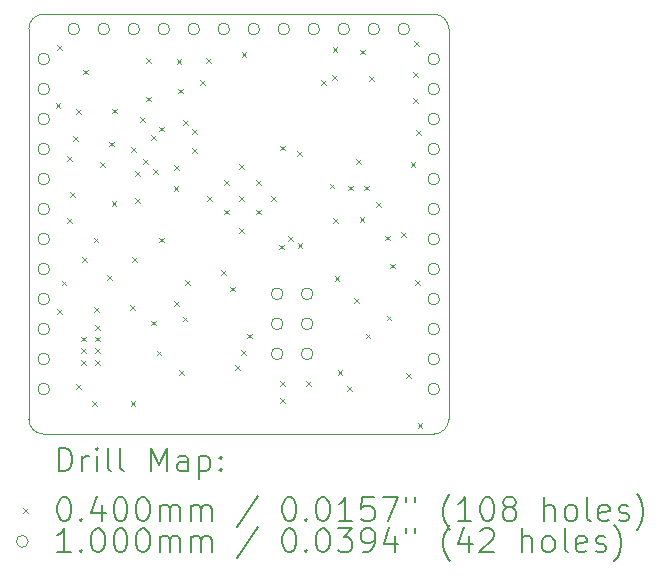
<source format=gbr>
%FSLAX45Y45*%
G04 Gerber Fmt 4.5, Leading zero omitted, Abs format (unit mm)*
G04 Created by KiCad (PCBNEW (6.0.0-0)) date 2022-04-20 00:32:56*
%MOMM*%
%LPD*%
G01*
G04 APERTURE LIST*
%TA.AperFunction,Profile*%
%ADD10C,0.100000*%
%TD*%
%ADD11C,0.200000*%
%ADD12C,0.040000*%
%ADD13C,0.100000*%
G04 APERTURE END LIST*
D10*
X6477000Y-14478000D02*
G75*
G03*
X6604000Y-14605000I127000J0D01*
G01*
X9906000Y-14605000D02*
G75*
G03*
X10033000Y-14478000I0J127000D01*
G01*
X10033000Y-11176000D02*
G75*
G03*
X9906000Y-11049000I-127000J0D01*
G01*
X6604000Y-11049000D02*
G75*
G03*
X6477000Y-11176000I0J-127000D01*
G01*
X9906000Y-14605000D02*
X6604000Y-14605000D01*
X10033000Y-14351000D02*
X10033000Y-14478000D01*
X6477000Y-11176000D02*
X6477000Y-14478000D01*
X9906000Y-11049000D02*
X6604000Y-11049000D01*
X10033000Y-14351000D02*
X10033000Y-11176000D01*
D11*
D12*
X6705000Y-11805000D02*
X6745000Y-11845000D01*
X6745000Y-11805000D02*
X6705000Y-11845000D01*
X6720000Y-11310000D02*
X6760000Y-11350000D01*
X6760000Y-11310000D02*
X6720000Y-11350000D01*
X6720000Y-13550000D02*
X6760000Y-13590000D01*
X6760000Y-13550000D02*
X6720000Y-13590000D01*
X6755000Y-13305000D02*
X6795000Y-13345000D01*
X6795000Y-13305000D02*
X6755000Y-13345000D01*
X6804600Y-12777900D02*
X6844600Y-12817900D01*
X6844600Y-12777900D02*
X6804600Y-12817900D01*
X6805000Y-12255000D02*
X6845000Y-12295000D01*
X6845000Y-12255000D02*
X6805000Y-12295000D01*
X6830000Y-12555000D02*
X6870000Y-12595000D01*
X6870000Y-12555000D02*
X6830000Y-12595000D01*
X6855000Y-12080000D02*
X6895000Y-12120000D01*
X6895000Y-12080000D02*
X6855000Y-12120000D01*
X6880000Y-11855000D02*
X6920000Y-11895000D01*
X6920000Y-11855000D02*
X6880000Y-11895000D01*
X6880000Y-14180000D02*
X6920000Y-14220000D01*
X6920000Y-14180000D02*
X6880000Y-14220000D01*
X6920000Y-13780000D02*
X6960000Y-13820000D01*
X6960000Y-13780000D02*
X6920000Y-13820000D01*
X6920000Y-13880000D02*
X6960000Y-13920000D01*
X6960000Y-13880000D02*
X6920000Y-13920000D01*
X6920000Y-13980000D02*
X6960000Y-14020000D01*
X6960000Y-13980000D02*
X6920000Y-14020000D01*
X6930000Y-13105000D02*
X6970000Y-13145000D01*
X6970000Y-13105000D02*
X6930000Y-13145000D01*
X6940000Y-11520000D02*
X6980000Y-11560000D01*
X6980000Y-11520000D02*
X6940000Y-11560000D01*
X7012000Y-14323700D02*
X7052000Y-14363700D01*
X7052000Y-14323700D02*
X7012000Y-14363700D01*
X7027000Y-12941400D02*
X7067000Y-12981400D01*
X7067000Y-12941400D02*
X7027000Y-12981400D01*
X7030000Y-13530000D02*
X7070000Y-13570000D01*
X7070000Y-13530000D02*
X7030000Y-13570000D01*
X7040000Y-13680000D02*
X7080000Y-13720000D01*
X7080000Y-13680000D02*
X7040000Y-13720000D01*
X7040000Y-13780000D02*
X7080000Y-13820000D01*
X7080000Y-13780000D02*
X7040000Y-13820000D01*
X7040000Y-13880000D02*
X7080000Y-13920000D01*
X7080000Y-13880000D02*
X7040000Y-13920000D01*
X7040000Y-13980000D02*
X7080000Y-14020000D01*
X7080000Y-13980000D02*
X7040000Y-14020000D01*
X7080000Y-12305000D02*
X7120000Y-12345000D01*
X7120000Y-12305000D02*
X7080000Y-12345000D01*
X7140000Y-13260000D02*
X7180000Y-13300000D01*
X7180000Y-13260000D02*
X7140000Y-13300000D01*
X7155000Y-12130000D02*
X7195000Y-12170000D01*
X7195000Y-12130000D02*
X7155000Y-12170000D01*
X7180000Y-12630000D02*
X7220000Y-12670000D01*
X7220000Y-12630000D02*
X7180000Y-12670000D01*
X7183600Y-11850700D02*
X7223600Y-11890700D01*
X7223600Y-11850700D02*
X7183600Y-11890700D01*
X7334900Y-13511200D02*
X7374900Y-13551200D01*
X7374900Y-13511200D02*
X7334900Y-13551200D01*
X7340100Y-14325300D02*
X7380100Y-14365300D01*
X7380100Y-14325300D02*
X7340100Y-14365300D01*
X7342600Y-12173100D02*
X7382600Y-12213100D01*
X7382600Y-12173100D02*
X7342600Y-12213100D01*
X7355000Y-13105000D02*
X7395000Y-13145000D01*
X7395000Y-13105000D02*
X7355000Y-13145000D01*
X7380000Y-12380000D02*
X7420000Y-12420000D01*
X7420000Y-12380000D02*
X7380000Y-12420000D01*
X7380000Y-12605000D02*
X7420000Y-12645000D01*
X7420000Y-12605000D02*
X7380000Y-12645000D01*
X7420000Y-11920000D02*
X7460000Y-11960000D01*
X7460000Y-11920000D02*
X7420000Y-11960000D01*
X7447777Y-12280471D02*
X7487777Y-12320471D01*
X7487777Y-12280471D02*
X7447777Y-12320471D01*
X7468400Y-11747500D02*
X7508400Y-11787500D01*
X7508400Y-11747500D02*
X7468400Y-11787500D01*
X7470000Y-11420000D02*
X7510000Y-11460000D01*
X7510000Y-11420000D02*
X7470000Y-11460000D01*
X7510639Y-12073925D02*
X7550639Y-12113925D01*
X7550639Y-12073925D02*
X7510639Y-12113925D01*
X7511100Y-13645200D02*
X7551100Y-13685200D01*
X7551100Y-13645200D02*
X7511100Y-13685200D01*
X7528599Y-12361294D02*
X7568599Y-12401294D01*
X7568599Y-12361294D02*
X7528599Y-12401294D01*
X7561100Y-13898500D02*
X7601100Y-13938500D01*
X7601100Y-13898500D02*
X7561100Y-13938500D01*
X7582481Y-12002083D02*
X7622481Y-12042083D01*
X7622481Y-12002083D02*
X7582481Y-12042083D01*
X7583800Y-12942900D02*
X7623800Y-12982900D01*
X7623800Y-12942900D02*
X7583800Y-12982900D01*
X7703962Y-12507806D02*
X7743962Y-12547806D01*
X7743962Y-12507806D02*
X7703962Y-12547806D01*
X7708204Y-12325372D02*
X7748204Y-12365372D01*
X7748204Y-12325372D02*
X7708204Y-12365372D01*
X7710000Y-13480000D02*
X7750000Y-13520000D01*
X7750000Y-13480000D02*
X7710000Y-13520000D01*
X7730000Y-11430000D02*
X7770000Y-11470000D01*
X7770000Y-11430000D02*
X7730000Y-11470000D01*
X7740000Y-11680000D02*
X7780000Y-11720000D01*
X7780000Y-11680000D02*
X7740000Y-11720000D01*
X7749860Y-14061760D02*
X7789860Y-14101760D01*
X7789860Y-14061760D02*
X7749860Y-14101760D01*
X7780000Y-13610000D02*
X7820000Y-13650000D01*
X7820000Y-13610000D02*
X7780000Y-13650000D01*
X7781800Y-11945800D02*
X7821800Y-11985800D01*
X7821800Y-11945800D02*
X7781800Y-11985800D01*
X7800000Y-13300000D02*
X7840000Y-13340000D01*
X7840000Y-13300000D02*
X7800000Y-13340000D01*
X7859500Y-12023500D02*
X7899500Y-12063500D01*
X7899500Y-12023500D02*
X7859500Y-12063500D01*
X7860000Y-12185800D02*
X7900000Y-12225800D01*
X7900000Y-12185800D02*
X7860000Y-12225800D01*
X7930000Y-11610000D02*
X7970000Y-11650000D01*
X7970000Y-11610000D02*
X7930000Y-11650000D01*
X7980000Y-11420000D02*
X8020000Y-11460000D01*
X8020000Y-11420000D02*
X7980000Y-11460000D01*
X7990000Y-12590000D02*
X8030000Y-12630000D01*
X8030000Y-12590000D02*
X7990000Y-12630000D01*
X8105000Y-13214200D02*
X8145000Y-13254200D01*
X8145000Y-13214200D02*
X8105000Y-13254200D01*
X8130000Y-12455000D02*
X8170000Y-12495000D01*
X8170000Y-12455000D02*
X8130000Y-12495000D01*
X8130000Y-12705000D02*
X8170000Y-12745000D01*
X8170000Y-12705000D02*
X8130000Y-12745000D01*
X8180200Y-13356000D02*
X8220200Y-13396000D01*
X8220200Y-13356000D02*
X8180200Y-13396000D01*
X8223000Y-14019600D02*
X8263000Y-14059600D01*
X8263000Y-14019600D02*
X8223000Y-14059600D01*
X8260000Y-12320000D02*
X8300000Y-12360000D01*
X8300000Y-12320000D02*
X8260000Y-12360000D01*
X8260000Y-12590000D02*
X8300000Y-12630000D01*
X8300000Y-12590000D02*
X8260000Y-12630000D01*
X8260000Y-12860000D02*
X8300000Y-12900000D01*
X8300000Y-12860000D02*
X8260000Y-12900000D01*
X8275300Y-13892600D02*
X8315300Y-13932600D01*
X8315300Y-13892600D02*
X8275300Y-13932600D01*
X8280000Y-11370000D02*
X8320000Y-11410000D01*
X8320000Y-11370000D02*
X8280000Y-11410000D01*
X8323900Y-13755800D02*
X8363900Y-13795800D01*
X8363900Y-13755800D02*
X8323900Y-13795800D01*
X8405000Y-12455000D02*
X8445000Y-12495000D01*
X8445000Y-12455000D02*
X8405000Y-12495000D01*
X8405000Y-12705000D02*
X8445000Y-12745000D01*
X8445000Y-12705000D02*
X8405000Y-12745000D01*
X8530000Y-12590000D02*
X8570000Y-12630000D01*
X8570000Y-12590000D02*
X8530000Y-12630000D01*
X8600200Y-13000700D02*
X8640200Y-13040700D01*
X8640200Y-13000700D02*
X8600200Y-13040700D01*
X8602900Y-12163800D02*
X8642900Y-12203800D01*
X8642900Y-12163800D02*
X8602900Y-12203800D01*
X8604600Y-14154900D02*
X8644600Y-14194900D01*
X8644600Y-14154900D02*
X8604600Y-14194900D01*
X8605400Y-14300600D02*
X8645400Y-14340600D01*
X8645400Y-14300600D02*
X8605400Y-14340600D01*
X8675000Y-12931832D02*
X8715000Y-12971832D01*
X8715000Y-12931832D02*
X8675000Y-12971832D01*
X8748900Y-12210300D02*
X8788900Y-12250300D01*
X8788900Y-12210300D02*
X8748900Y-12250300D01*
X8754900Y-12990400D02*
X8794900Y-13030400D01*
X8794900Y-12990400D02*
X8754900Y-13030400D01*
X8825400Y-14158900D02*
X8865400Y-14198900D01*
X8865400Y-14158900D02*
X8825400Y-14198900D01*
X8950000Y-11610000D02*
X8990000Y-11650000D01*
X8990000Y-11610000D02*
X8950000Y-11650000D01*
X9024900Y-12484500D02*
X9064900Y-12524500D01*
X9064900Y-12484500D02*
X9024900Y-12524500D01*
X9047100Y-11564500D02*
X9087100Y-11604500D01*
X9087100Y-11564500D02*
X9047100Y-11604500D01*
X9050000Y-11330000D02*
X9090000Y-11370000D01*
X9090000Y-11330000D02*
X9050000Y-11370000D01*
X9053500Y-12778000D02*
X9093500Y-12818000D01*
X9093500Y-12778000D02*
X9053500Y-12818000D01*
X9067000Y-13267000D02*
X9107000Y-13307000D01*
X9107000Y-13267000D02*
X9067000Y-13307000D01*
X9092300Y-14065100D02*
X9132300Y-14105100D01*
X9132300Y-14065100D02*
X9092300Y-14105100D01*
X9170000Y-14200000D02*
X9210000Y-14240000D01*
X9210000Y-14200000D02*
X9170000Y-14240000D01*
X9179900Y-12502900D02*
X9219900Y-12542900D01*
X9219900Y-12502900D02*
X9179900Y-12542900D01*
X9230000Y-13455000D02*
X9270000Y-13495000D01*
X9270000Y-13455000D02*
X9230000Y-13495000D01*
X9247100Y-12275300D02*
X9287100Y-12315300D01*
X9287100Y-12275300D02*
X9247100Y-12315300D01*
X9279336Y-12770636D02*
X9319336Y-12810636D01*
X9319336Y-12770636D02*
X9279336Y-12810636D01*
X9280000Y-11350000D02*
X9320000Y-11390000D01*
X9320000Y-11350000D02*
X9280000Y-11390000D01*
X9316000Y-12502200D02*
X9356000Y-12542200D01*
X9356000Y-12502200D02*
X9316000Y-12542200D01*
X9330000Y-13755000D02*
X9370000Y-13795000D01*
X9370000Y-13755000D02*
X9330000Y-13795000D01*
X9358100Y-11573900D02*
X9398100Y-11613900D01*
X9398100Y-11573900D02*
X9358100Y-11613900D01*
X9420000Y-12640000D02*
X9460000Y-12680000D01*
X9460000Y-12640000D02*
X9420000Y-12680000D01*
X9494400Y-12924600D02*
X9534400Y-12964600D01*
X9534400Y-12924600D02*
X9494400Y-12964600D01*
X9506800Y-13603500D02*
X9546800Y-13643500D01*
X9546800Y-13603500D02*
X9506800Y-13643500D01*
X9535000Y-13162100D02*
X9575000Y-13202100D01*
X9575000Y-13162100D02*
X9535000Y-13202100D01*
X9631300Y-12896100D02*
X9671300Y-12936100D01*
X9671300Y-12896100D02*
X9631300Y-12936100D01*
X9670000Y-14090000D02*
X9710000Y-14130000D01*
X9710000Y-14090000D02*
X9670000Y-14130000D01*
X9710000Y-12300000D02*
X9750000Y-12340000D01*
X9750000Y-12300000D02*
X9710000Y-12340000D01*
X9730000Y-11540000D02*
X9770000Y-11580000D01*
X9770000Y-11540000D02*
X9730000Y-11580000D01*
X9730000Y-11760000D02*
X9770000Y-11800000D01*
X9770000Y-11760000D02*
X9730000Y-11800000D01*
X9740000Y-11280000D02*
X9780000Y-11320000D01*
X9780000Y-11280000D02*
X9740000Y-11320000D01*
X9747000Y-13299000D02*
X9787000Y-13339000D01*
X9787000Y-13299000D02*
X9747000Y-13339000D01*
X9755000Y-12030000D02*
X9795000Y-12070000D01*
X9795000Y-12030000D02*
X9755000Y-12070000D01*
X9770000Y-14510000D02*
X9810000Y-14550000D01*
X9810000Y-14510000D02*
X9770000Y-14550000D01*
D13*
X6654000Y-11430000D02*
G75*
G03*
X6654000Y-11430000I-50000J0D01*
G01*
X6654000Y-11684000D02*
G75*
G03*
X6654000Y-11684000I-50000J0D01*
G01*
X6654000Y-11938000D02*
G75*
G03*
X6654000Y-11938000I-50000J0D01*
G01*
X6654000Y-12192000D02*
G75*
G03*
X6654000Y-12192000I-50000J0D01*
G01*
X6654000Y-12446000D02*
G75*
G03*
X6654000Y-12446000I-50000J0D01*
G01*
X6654000Y-12700000D02*
G75*
G03*
X6654000Y-12700000I-50000J0D01*
G01*
X6654000Y-12954000D02*
G75*
G03*
X6654000Y-12954000I-50000J0D01*
G01*
X6654000Y-13208000D02*
G75*
G03*
X6654000Y-13208000I-50000J0D01*
G01*
X6654000Y-13462000D02*
G75*
G03*
X6654000Y-13462000I-50000J0D01*
G01*
X6654000Y-13716000D02*
G75*
G03*
X6654000Y-13716000I-50000J0D01*
G01*
X6654000Y-13970000D02*
G75*
G03*
X6654000Y-13970000I-50000J0D01*
G01*
X6654000Y-14224000D02*
G75*
G03*
X6654000Y-14224000I-50000J0D01*
G01*
X6908000Y-11176000D02*
G75*
G03*
X6908000Y-11176000I-50000J0D01*
G01*
X7162000Y-11176000D02*
G75*
G03*
X7162000Y-11176000I-50000J0D01*
G01*
X7416000Y-11176000D02*
G75*
G03*
X7416000Y-11176000I-50000J0D01*
G01*
X7670000Y-11176000D02*
G75*
G03*
X7670000Y-11176000I-50000J0D01*
G01*
X7924000Y-11176000D02*
G75*
G03*
X7924000Y-11176000I-50000J0D01*
G01*
X8178000Y-11176000D02*
G75*
G03*
X8178000Y-11176000I-50000J0D01*
G01*
X8432000Y-11176000D02*
G75*
G03*
X8432000Y-11176000I-50000J0D01*
G01*
X8629900Y-13417200D02*
G75*
G03*
X8629900Y-13417200I-50000J0D01*
G01*
X8629900Y-13671200D02*
G75*
G03*
X8629900Y-13671200I-50000J0D01*
G01*
X8629900Y-13925200D02*
G75*
G03*
X8629900Y-13925200I-50000J0D01*
G01*
X8686000Y-11176000D02*
G75*
G03*
X8686000Y-11176000I-50000J0D01*
G01*
X8883900Y-13417200D02*
G75*
G03*
X8883900Y-13417200I-50000J0D01*
G01*
X8883900Y-13671200D02*
G75*
G03*
X8883900Y-13671200I-50000J0D01*
G01*
X8883900Y-13925200D02*
G75*
G03*
X8883900Y-13925200I-50000J0D01*
G01*
X8940000Y-11176000D02*
G75*
G03*
X8940000Y-11176000I-50000J0D01*
G01*
X9194000Y-11176000D02*
G75*
G03*
X9194000Y-11176000I-50000J0D01*
G01*
X9448000Y-11176000D02*
G75*
G03*
X9448000Y-11176000I-50000J0D01*
G01*
X9702000Y-11176000D02*
G75*
G03*
X9702000Y-11176000I-50000J0D01*
G01*
X9956000Y-11430000D02*
G75*
G03*
X9956000Y-11430000I-50000J0D01*
G01*
X9956000Y-11684000D02*
G75*
G03*
X9956000Y-11684000I-50000J0D01*
G01*
X9956000Y-11938000D02*
G75*
G03*
X9956000Y-11938000I-50000J0D01*
G01*
X9956000Y-12192000D02*
G75*
G03*
X9956000Y-12192000I-50000J0D01*
G01*
X9956000Y-12446000D02*
G75*
G03*
X9956000Y-12446000I-50000J0D01*
G01*
X9956000Y-12700000D02*
G75*
G03*
X9956000Y-12700000I-50000J0D01*
G01*
X9956000Y-12954000D02*
G75*
G03*
X9956000Y-12954000I-50000J0D01*
G01*
X9956000Y-13208000D02*
G75*
G03*
X9956000Y-13208000I-50000J0D01*
G01*
X9956000Y-13462000D02*
G75*
G03*
X9956000Y-13462000I-50000J0D01*
G01*
X9956000Y-13716000D02*
G75*
G03*
X9956000Y-13716000I-50000J0D01*
G01*
X9956000Y-13970000D02*
G75*
G03*
X9956000Y-13970000I-50000J0D01*
G01*
X9956000Y-14224000D02*
G75*
G03*
X9956000Y-14224000I-50000J0D01*
G01*
D11*
X6729619Y-14920476D02*
X6729619Y-14720476D01*
X6777238Y-14720476D01*
X6805809Y-14730000D01*
X6824857Y-14749048D01*
X6834381Y-14768095D01*
X6843905Y-14806190D01*
X6843905Y-14834762D01*
X6834381Y-14872857D01*
X6824857Y-14891905D01*
X6805809Y-14910952D01*
X6777238Y-14920476D01*
X6729619Y-14920476D01*
X6929619Y-14920476D02*
X6929619Y-14787143D01*
X6929619Y-14825238D02*
X6939143Y-14806190D01*
X6948667Y-14796667D01*
X6967714Y-14787143D01*
X6986762Y-14787143D01*
X7053428Y-14920476D02*
X7053428Y-14787143D01*
X7053428Y-14720476D02*
X7043905Y-14730000D01*
X7053428Y-14739524D01*
X7062952Y-14730000D01*
X7053428Y-14720476D01*
X7053428Y-14739524D01*
X7177238Y-14920476D02*
X7158190Y-14910952D01*
X7148667Y-14891905D01*
X7148667Y-14720476D01*
X7282000Y-14920476D02*
X7262952Y-14910952D01*
X7253428Y-14891905D01*
X7253428Y-14720476D01*
X7510571Y-14920476D02*
X7510571Y-14720476D01*
X7577238Y-14863333D01*
X7643905Y-14720476D01*
X7643905Y-14920476D01*
X7824857Y-14920476D02*
X7824857Y-14815714D01*
X7815333Y-14796667D01*
X7796286Y-14787143D01*
X7758190Y-14787143D01*
X7739143Y-14796667D01*
X7824857Y-14910952D02*
X7805809Y-14920476D01*
X7758190Y-14920476D01*
X7739143Y-14910952D01*
X7729619Y-14891905D01*
X7729619Y-14872857D01*
X7739143Y-14853809D01*
X7758190Y-14844286D01*
X7805809Y-14844286D01*
X7824857Y-14834762D01*
X7920095Y-14787143D02*
X7920095Y-14987143D01*
X7920095Y-14796667D02*
X7939143Y-14787143D01*
X7977238Y-14787143D01*
X7996286Y-14796667D01*
X8005809Y-14806190D01*
X8015333Y-14825238D01*
X8015333Y-14882381D01*
X8005809Y-14901428D01*
X7996286Y-14910952D01*
X7977238Y-14920476D01*
X7939143Y-14920476D01*
X7920095Y-14910952D01*
X8101048Y-14901428D02*
X8110571Y-14910952D01*
X8101048Y-14920476D01*
X8091524Y-14910952D01*
X8101048Y-14901428D01*
X8101048Y-14920476D01*
X8101048Y-14796667D02*
X8110571Y-14806190D01*
X8101048Y-14815714D01*
X8091524Y-14806190D01*
X8101048Y-14796667D01*
X8101048Y-14815714D01*
D12*
X6432000Y-15230000D02*
X6472000Y-15270000D01*
X6472000Y-15230000D02*
X6432000Y-15270000D01*
D11*
X6767714Y-15140476D02*
X6786762Y-15140476D01*
X6805809Y-15150000D01*
X6815333Y-15159524D01*
X6824857Y-15178571D01*
X6834381Y-15216667D01*
X6834381Y-15264286D01*
X6824857Y-15302381D01*
X6815333Y-15321428D01*
X6805809Y-15330952D01*
X6786762Y-15340476D01*
X6767714Y-15340476D01*
X6748667Y-15330952D01*
X6739143Y-15321428D01*
X6729619Y-15302381D01*
X6720095Y-15264286D01*
X6720095Y-15216667D01*
X6729619Y-15178571D01*
X6739143Y-15159524D01*
X6748667Y-15150000D01*
X6767714Y-15140476D01*
X6920095Y-15321428D02*
X6929619Y-15330952D01*
X6920095Y-15340476D01*
X6910571Y-15330952D01*
X6920095Y-15321428D01*
X6920095Y-15340476D01*
X7101048Y-15207143D02*
X7101048Y-15340476D01*
X7053428Y-15130952D02*
X7005809Y-15273809D01*
X7129619Y-15273809D01*
X7243905Y-15140476D02*
X7262952Y-15140476D01*
X7282000Y-15150000D01*
X7291524Y-15159524D01*
X7301048Y-15178571D01*
X7310571Y-15216667D01*
X7310571Y-15264286D01*
X7301048Y-15302381D01*
X7291524Y-15321428D01*
X7282000Y-15330952D01*
X7262952Y-15340476D01*
X7243905Y-15340476D01*
X7224857Y-15330952D01*
X7215333Y-15321428D01*
X7205809Y-15302381D01*
X7196286Y-15264286D01*
X7196286Y-15216667D01*
X7205809Y-15178571D01*
X7215333Y-15159524D01*
X7224857Y-15150000D01*
X7243905Y-15140476D01*
X7434381Y-15140476D02*
X7453428Y-15140476D01*
X7472476Y-15150000D01*
X7482000Y-15159524D01*
X7491524Y-15178571D01*
X7501048Y-15216667D01*
X7501048Y-15264286D01*
X7491524Y-15302381D01*
X7482000Y-15321428D01*
X7472476Y-15330952D01*
X7453428Y-15340476D01*
X7434381Y-15340476D01*
X7415333Y-15330952D01*
X7405809Y-15321428D01*
X7396286Y-15302381D01*
X7386762Y-15264286D01*
X7386762Y-15216667D01*
X7396286Y-15178571D01*
X7405809Y-15159524D01*
X7415333Y-15150000D01*
X7434381Y-15140476D01*
X7586762Y-15340476D02*
X7586762Y-15207143D01*
X7586762Y-15226190D02*
X7596286Y-15216667D01*
X7615333Y-15207143D01*
X7643905Y-15207143D01*
X7662952Y-15216667D01*
X7672476Y-15235714D01*
X7672476Y-15340476D01*
X7672476Y-15235714D02*
X7682000Y-15216667D01*
X7701048Y-15207143D01*
X7729619Y-15207143D01*
X7748667Y-15216667D01*
X7758190Y-15235714D01*
X7758190Y-15340476D01*
X7853428Y-15340476D02*
X7853428Y-15207143D01*
X7853428Y-15226190D02*
X7862952Y-15216667D01*
X7882000Y-15207143D01*
X7910571Y-15207143D01*
X7929619Y-15216667D01*
X7939143Y-15235714D01*
X7939143Y-15340476D01*
X7939143Y-15235714D02*
X7948667Y-15216667D01*
X7967714Y-15207143D01*
X7996286Y-15207143D01*
X8015333Y-15216667D01*
X8024857Y-15235714D01*
X8024857Y-15340476D01*
X8415333Y-15130952D02*
X8243905Y-15388095D01*
X8672476Y-15140476D02*
X8691524Y-15140476D01*
X8710571Y-15150000D01*
X8720095Y-15159524D01*
X8729619Y-15178571D01*
X8739143Y-15216667D01*
X8739143Y-15264286D01*
X8729619Y-15302381D01*
X8720095Y-15321428D01*
X8710571Y-15330952D01*
X8691524Y-15340476D01*
X8672476Y-15340476D01*
X8653429Y-15330952D01*
X8643905Y-15321428D01*
X8634381Y-15302381D01*
X8624857Y-15264286D01*
X8624857Y-15216667D01*
X8634381Y-15178571D01*
X8643905Y-15159524D01*
X8653429Y-15150000D01*
X8672476Y-15140476D01*
X8824857Y-15321428D02*
X8834381Y-15330952D01*
X8824857Y-15340476D01*
X8815333Y-15330952D01*
X8824857Y-15321428D01*
X8824857Y-15340476D01*
X8958190Y-15140476D02*
X8977238Y-15140476D01*
X8996286Y-15150000D01*
X9005810Y-15159524D01*
X9015333Y-15178571D01*
X9024857Y-15216667D01*
X9024857Y-15264286D01*
X9015333Y-15302381D01*
X9005810Y-15321428D01*
X8996286Y-15330952D01*
X8977238Y-15340476D01*
X8958190Y-15340476D01*
X8939143Y-15330952D01*
X8929619Y-15321428D01*
X8920095Y-15302381D01*
X8910571Y-15264286D01*
X8910571Y-15216667D01*
X8920095Y-15178571D01*
X8929619Y-15159524D01*
X8939143Y-15150000D01*
X8958190Y-15140476D01*
X9215333Y-15340476D02*
X9101048Y-15340476D01*
X9158190Y-15340476D02*
X9158190Y-15140476D01*
X9139143Y-15169048D01*
X9120095Y-15188095D01*
X9101048Y-15197619D01*
X9396286Y-15140476D02*
X9301048Y-15140476D01*
X9291524Y-15235714D01*
X9301048Y-15226190D01*
X9320095Y-15216667D01*
X9367714Y-15216667D01*
X9386762Y-15226190D01*
X9396286Y-15235714D01*
X9405810Y-15254762D01*
X9405810Y-15302381D01*
X9396286Y-15321428D01*
X9386762Y-15330952D01*
X9367714Y-15340476D01*
X9320095Y-15340476D01*
X9301048Y-15330952D01*
X9291524Y-15321428D01*
X9472476Y-15140476D02*
X9605810Y-15140476D01*
X9520095Y-15340476D01*
X9672476Y-15140476D02*
X9672476Y-15178571D01*
X9748667Y-15140476D02*
X9748667Y-15178571D01*
X10043905Y-15416667D02*
X10034381Y-15407143D01*
X10015333Y-15378571D01*
X10005810Y-15359524D01*
X9996286Y-15330952D01*
X9986762Y-15283333D01*
X9986762Y-15245238D01*
X9996286Y-15197619D01*
X10005810Y-15169048D01*
X10015333Y-15150000D01*
X10034381Y-15121428D01*
X10043905Y-15111905D01*
X10224857Y-15340476D02*
X10110571Y-15340476D01*
X10167714Y-15340476D02*
X10167714Y-15140476D01*
X10148667Y-15169048D01*
X10129619Y-15188095D01*
X10110571Y-15197619D01*
X10348667Y-15140476D02*
X10367714Y-15140476D01*
X10386762Y-15150000D01*
X10396286Y-15159524D01*
X10405810Y-15178571D01*
X10415333Y-15216667D01*
X10415333Y-15264286D01*
X10405810Y-15302381D01*
X10396286Y-15321428D01*
X10386762Y-15330952D01*
X10367714Y-15340476D01*
X10348667Y-15340476D01*
X10329619Y-15330952D01*
X10320095Y-15321428D01*
X10310571Y-15302381D01*
X10301048Y-15264286D01*
X10301048Y-15216667D01*
X10310571Y-15178571D01*
X10320095Y-15159524D01*
X10329619Y-15150000D01*
X10348667Y-15140476D01*
X10529619Y-15226190D02*
X10510571Y-15216667D01*
X10501048Y-15207143D01*
X10491524Y-15188095D01*
X10491524Y-15178571D01*
X10501048Y-15159524D01*
X10510571Y-15150000D01*
X10529619Y-15140476D01*
X10567714Y-15140476D01*
X10586762Y-15150000D01*
X10596286Y-15159524D01*
X10605810Y-15178571D01*
X10605810Y-15188095D01*
X10596286Y-15207143D01*
X10586762Y-15216667D01*
X10567714Y-15226190D01*
X10529619Y-15226190D01*
X10510571Y-15235714D01*
X10501048Y-15245238D01*
X10491524Y-15264286D01*
X10491524Y-15302381D01*
X10501048Y-15321428D01*
X10510571Y-15330952D01*
X10529619Y-15340476D01*
X10567714Y-15340476D01*
X10586762Y-15330952D01*
X10596286Y-15321428D01*
X10605810Y-15302381D01*
X10605810Y-15264286D01*
X10596286Y-15245238D01*
X10586762Y-15235714D01*
X10567714Y-15226190D01*
X10843905Y-15340476D02*
X10843905Y-15140476D01*
X10929619Y-15340476D02*
X10929619Y-15235714D01*
X10920095Y-15216667D01*
X10901048Y-15207143D01*
X10872476Y-15207143D01*
X10853429Y-15216667D01*
X10843905Y-15226190D01*
X11053429Y-15340476D02*
X11034381Y-15330952D01*
X11024857Y-15321428D01*
X11015333Y-15302381D01*
X11015333Y-15245238D01*
X11024857Y-15226190D01*
X11034381Y-15216667D01*
X11053429Y-15207143D01*
X11082000Y-15207143D01*
X11101048Y-15216667D01*
X11110571Y-15226190D01*
X11120095Y-15245238D01*
X11120095Y-15302381D01*
X11110571Y-15321428D01*
X11101048Y-15330952D01*
X11082000Y-15340476D01*
X11053429Y-15340476D01*
X11234381Y-15340476D02*
X11215333Y-15330952D01*
X11205809Y-15311905D01*
X11205809Y-15140476D01*
X11386762Y-15330952D02*
X11367714Y-15340476D01*
X11329619Y-15340476D01*
X11310571Y-15330952D01*
X11301048Y-15311905D01*
X11301048Y-15235714D01*
X11310571Y-15216667D01*
X11329619Y-15207143D01*
X11367714Y-15207143D01*
X11386762Y-15216667D01*
X11396286Y-15235714D01*
X11396286Y-15254762D01*
X11301048Y-15273809D01*
X11472476Y-15330952D02*
X11491524Y-15340476D01*
X11529619Y-15340476D01*
X11548667Y-15330952D01*
X11558190Y-15311905D01*
X11558190Y-15302381D01*
X11548667Y-15283333D01*
X11529619Y-15273809D01*
X11501048Y-15273809D01*
X11482000Y-15264286D01*
X11472476Y-15245238D01*
X11472476Y-15235714D01*
X11482000Y-15216667D01*
X11501048Y-15207143D01*
X11529619Y-15207143D01*
X11548667Y-15216667D01*
X11624857Y-15416667D02*
X11634381Y-15407143D01*
X11653428Y-15378571D01*
X11662952Y-15359524D01*
X11672476Y-15330952D01*
X11682000Y-15283333D01*
X11682000Y-15245238D01*
X11672476Y-15197619D01*
X11662952Y-15169048D01*
X11653428Y-15150000D01*
X11634381Y-15121428D01*
X11624857Y-15111905D01*
D13*
X6472000Y-15514000D02*
G75*
G03*
X6472000Y-15514000I-50000J0D01*
G01*
D11*
X6834381Y-15604476D02*
X6720095Y-15604476D01*
X6777238Y-15604476D02*
X6777238Y-15404476D01*
X6758190Y-15433048D01*
X6739143Y-15452095D01*
X6720095Y-15461619D01*
X6920095Y-15585428D02*
X6929619Y-15594952D01*
X6920095Y-15604476D01*
X6910571Y-15594952D01*
X6920095Y-15585428D01*
X6920095Y-15604476D01*
X7053428Y-15404476D02*
X7072476Y-15404476D01*
X7091524Y-15414000D01*
X7101048Y-15423524D01*
X7110571Y-15442571D01*
X7120095Y-15480667D01*
X7120095Y-15528286D01*
X7110571Y-15566381D01*
X7101048Y-15585428D01*
X7091524Y-15594952D01*
X7072476Y-15604476D01*
X7053428Y-15604476D01*
X7034381Y-15594952D01*
X7024857Y-15585428D01*
X7015333Y-15566381D01*
X7005809Y-15528286D01*
X7005809Y-15480667D01*
X7015333Y-15442571D01*
X7024857Y-15423524D01*
X7034381Y-15414000D01*
X7053428Y-15404476D01*
X7243905Y-15404476D02*
X7262952Y-15404476D01*
X7282000Y-15414000D01*
X7291524Y-15423524D01*
X7301048Y-15442571D01*
X7310571Y-15480667D01*
X7310571Y-15528286D01*
X7301048Y-15566381D01*
X7291524Y-15585428D01*
X7282000Y-15594952D01*
X7262952Y-15604476D01*
X7243905Y-15604476D01*
X7224857Y-15594952D01*
X7215333Y-15585428D01*
X7205809Y-15566381D01*
X7196286Y-15528286D01*
X7196286Y-15480667D01*
X7205809Y-15442571D01*
X7215333Y-15423524D01*
X7224857Y-15414000D01*
X7243905Y-15404476D01*
X7434381Y-15404476D02*
X7453428Y-15404476D01*
X7472476Y-15414000D01*
X7482000Y-15423524D01*
X7491524Y-15442571D01*
X7501048Y-15480667D01*
X7501048Y-15528286D01*
X7491524Y-15566381D01*
X7482000Y-15585428D01*
X7472476Y-15594952D01*
X7453428Y-15604476D01*
X7434381Y-15604476D01*
X7415333Y-15594952D01*
X7405809Y-15585428D01*
X7396286Y-15566381D01*
X7386762Y-15528286D01*
X7386762Y-15480667D01*
X7396286Y-15442571D01*
X7405809Y-15423524D01*
X7415333Y-15414000D01*
X7434381Y-15404476D01*
X7586762Y-15604476D02*
X7586762Y-15471143D01*
X7586762Y-15490190D02*
X7596286Y-15480667D01*
X7615333Y-15471143D01*
X7643905Y-15471143D01*
X7662952Y-15480667D01*
X7672476Y-15499714D01*
X7672476Y-15604476D01*
X7672476Y-15499714D02*
X7682000Y-15480667D01*
X7701048Y-15471143D01*
X7729619Y-15471143D01*
X7748667Y-15480667D01*
X7758190Y-15499714D01*
X7758190Y-15604476D01*
X7853428Y-15604476D02*
X7853428Y-15471143D01*
X7853428Y-15490190D02*
X7862952Y-15480667D01*
X7882000Y-15471143D01*
X7910571Y-15471143D01*
X7929619Y-15480667D01*
X7939143Y-15499714D01*
X7939143Y-15604476D01*
X7939143Y-15499714D02*
X7948667Y-15480667D01*
X7967714Y-15471143D01*
X7996286Y-15471143D01*
X8015333Y-15480667D01*
X8024857Y-15499714D01*
X8024857Y-15604476D01*
X8415333Y-15394952D02*
X8243905Y-15652095D01*
X8672476Y-15404476D02*
X8691524Y-15404476D01*
X8710571Y-15414000D01*
X8720095Y-15423524D01*
X8729619Y-15442571D01*
X8739143Y-15480667D01*
X8739143Y-15528286D01*
X8729619Y-15566381D01*
X8720095Y-15585428D01*
X8710571Y-15594952D01*
X8691524Y-15604476D01*
X8672476Y-15604476D01*
X8653429Y-15594952D01*
X8643905Y-15585428D01*
X8634381Y-15566381D01*
X8624857Y-15528286D01*
X8624857Y-15480667D01*
X8634381Y-15442571D01*
X8643905Y-15423524D01*
X8653429Y-15414000D01*
X8672476Y-15404476D01*
X8824857Y-15585428D02*
X8834381Y-15594952D01*
X8824857Y-15604476D01*
X8815333Y-15594952D01*
X8824857Y-15585428D01*
X8824857Y-15604476D01*
X8958190Y-15404476D02*
X8977238Y-15404476D01*
X8996286Y-15414000D01*
X9005810Y-15423524D01*
X9015333Y-15442571D01*
X9024857Y-15480667D01*
X9024857Y-15528286D01*
X9015333Y-15566381D01*
X9005810Y-15585428D01*
X8996286Y-15594952D01*
X8977238Y-15604476D01*
X8958190Y-15604476D01*
X8939143Y-15594952D01*
X8929619Y-15585428D01*
X8920095Y-15566381D01*
X8910571Y-15528286D01*
X8910571Y-15480667D01*
X8920095Y-15442571D01*
X8929619Y-15423524D01*
X8939143Y-15414000D01*
X8958190Y-15404476D01*
X9091524Y-15404476D02*
X9215333Y-15404476D01*
X9148667Y-15480667D01*
X9177238Y-15480667D01*
X9196286Y-15490190D01*
X9205810Y-15499714D01*
X9215333Y-15518762D01*
X9215333Y-15566381D01*
X9205810Y-15585428D01*
X9196286Y-15594952D01*
X9177238Y-15604476D01*
X9120095Y-15604476D01*
X9101048Y-15594952D01*
X9091524Y-15585428D01*
X9310571Y-15604476D02*
X9348667Y-15604476D01*
X9367714Y-15594952D01*
X9377238Y-15585428D01*
X9396286Y-15556857D01*
X9405810Y-15518762D01*
X9405810Y-15442571D01*
X9396286Y-15423524D01*
X9386762Y-15414000D01*
X9367714Y-15404476D01*
X9329619Y-15404476D01*
X9310571Y-15414000D01*
X9301048Y-15423524D01*
X9291524Y-15442571D01*
X9291524Y-15490190D01*
X9301048Y-15509238D01*
X9310571Y-15518762D01*
X9329619Y-15528286D01*
X9367714Y-15528286D01*
X9386762Y-15518762D01*
X9396286Y-15509238D01*
X9405810Y-15490190D01*
X9577238Y-15471143D02*
X9577238Y-15604476D01*
X9529619Y-15394952D02*
X9482000Y-15537809D01*
X9605810Y-15537809D01*
X9672476Y-15404476D02*
X9672476Y-15442571D01*
X9748667Y-15404476D02*
X9748667Y-15442571D01*
X10043905Y-15680667D02*
X10034381Y-15671143D01*
X10015333Y-15642571D01*
X10005810Y-15623524D01*
X9996286Y-15594952D01*
X9986762Y-15547333D01*
X9986762Y-15509238D01*
X9996286Y-15461619D01*
X10005810Y-15433048D01*
X10015333Y-15414000D01*
X10034381Y-15385428D01*
X10043905Y-15375905D01*
X10205810Y-15471143D02*
X10205810Y-15604476D01*
X10158190Y-15394952D02*
X10110571Y-15537809D01*
X10234381Y-15537809D01*
X10301048Y-15423524D02*
X10310571Y-15414000D01*
X10329619Y-15404476D01*
X10377238Y-15404476D01*
X10396286Y-15414000D01*
X10405810Y-15423524D01*
X10415333Y-15442571D01*
X10415333Y-15461619D01*
X10405810Y-15490190D01*
X10291524Y-15604476D01*
X10415333Y-15604476D01*
X10653429Y-15604476D02*
X10653429Y-15404476D01*
X10739143Y-15604476D02*
X10739143Y-15499714D01*
X10729619Y-15480667D01*
X10710571Y-15471143D01*
X10682000Y-15471143D01*
X10662952Y-15480667D01*
X10653429Y-15490190D01*
X10862952Y-15604476D02*
X10843905Y-15594952D01*
X10834381Y-15585428D01*
X10824857Y-15566381D01*
X10824857Y-15509238D01*
X10834381Y-15490190D01*
X10843905Y-15480667D01*
X10862952Y-15471143D01*
X10891524Y-15471143D01*
X10910571Y-15480667D01*
X10920095Y-15490190D01*
X10929619Y-15509238D01*
X10929619Y-15566381D01*
X10920095Y-15585428D01*
X10910571Y-15594952D01*
X10891524Y-15604476D01*
X10862952Y-15604476D01*
X11043905Y-15604476D02*
X11024857Y-15594952D01*
X11015333Y-15575905D01*
X11015333Y-15404476D01*
X11196286Y-15594952D02*
X11177238Y-15604476D01*
X11139143Y-15604476D01*
X11120095Y-15594952D01*
X11110571Y-15575905D01*
X11110571Y-15499714D01*
X11120095Y-15480667D01*
X11139143Y-15471143D01*
X11177238Y-15471143D01*
X11196286Y-15480667D01*
X11205809Y-15499714D01*
X11205809Y-15518762D01*
X11110571Y-15537809D01*
X11282000Y-15594952D02*
X11301048Y-15604476D01*
X11339143Y-15604476D01*
X11358190Y-15594952D01*
X11367714Y-15575905D01*
X11367714Y-15566381D01*
X11358190Y-15547333D01*
X11339143Y-15537809D01*
X11310571Y-15537809D01*
X11291524Y-15528286D01*
X11282000Y-15509238D01*
X11282000Y-15499714D01*
X11291524Y-15480667D01*
X11310571Y-15471143D01*
X11339143Y-15471143D01*
X11358190Y-15480667D01*
X11434381Y-15680667D02*
X11443905Y-15671143D01*
X11462952Y-15642571D01*
X11472476Y-15623524D01*
X11482000Y-15594952D01*
X11491524Y-15547333D01*
X11491524Y-15509238D01*
X11482000Y-15461619D01*
X11472476Y-15433048D01*
X11462952Y-15414000D01*
X11443905Y-15385428D01*
X11434381Y-15375905D01*
M02*

</source>
